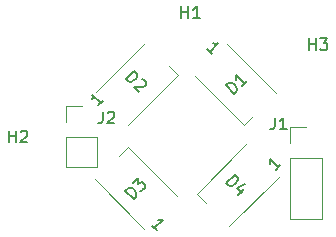
<source format=gbr>
%TF.GenerationSoftware,KiCad,Pcbnew,(5.99.0-2195-g476558ece)*%
%TF.CreationDate,2020-08-10T22:43:53-04:00*%
%TF.ProjectId,LED-daughterboard,4c45442d-6461-4756-9768-746572626f61,rev?*%
%TF.SameCoordinates,Original*%
%TF.FileFunction,Legend,Top*%
%TF.FilePolarity,Positive*%
%FSLAX46Y46*%
G04 Gerber Fmt 4.6, Leading zero omitted, Abs format (unit mm)*
G04 Created by KiCad (PCBNEW (5.99.0-2195-g476558ece)) date 2020-08-10 22:43:53*
%MOMM*%
%LPD*%
G01*
G04 APERTURE LIST*
%ADD10C,0.150000*%
%ADD11C,0.120000*%
G04 APERTURE END LIST*
D10*
%TO.C,J2*%
X-3833333Y12047619D02*
X-3833333Y11333333D01*
X-3880952Y11190476D01*
X-3976190Y11095238D01*
X-4119047Y11047619D01*
X-4214285Y11047619D01*
X-3404761Y11952380D02*
X-3357142Y12000000D01*
X-3261904Y12047619D01*
X-3023809Y12047619D01*
X-2928571Y12000000D01*
X-2880952Y11952380D01*
X-2833333Y11857142D01*
X-2833333Y11761904D01*
X-2880952Y11619047D01*
X-3452380Y11047619D01*
X-2833333Y11047619D01*
%TO.C,J1*%
X10766666Y11547619D02*
X10766666Y10833333D01*
X10719047Y10690476D01*
X10623809Y10595238D01*
X10480952Y10547619D01*
X10385714Y10547619D01*
X11766666Y10547619D02*
X11195238Y10547619D01*
X11480952Y10547619D02*
X11480952Y11547619D01*
X11385714Y11404761D01*
X11290476Y11309523D01*
X11195238Y11261904D01*
%TO.C,H3*%
X13638095Y17247619D02*
X13638095Y18247619D01*
X13638095Y17771428D02*
X14209523Y17771428D01*
X14209523Y17247619D02*
X14209523Y18247619D01*
X14590476Y18247619D02*
X15209523Y18247619D01*
X14876190Y17866666D01*
X15019047Y17866666D01*
X15114285Y17819047D01*
X15161904Y17771428D01*
X15209523Y17676190D01*
X15209523Y17438095D01*
X15161904Y17342857D01*
X15114285Y17295238D01*
X15019047Y17247619D01*
X14733333Y17247619D01*
X14638095Y17295238D01*
X14590476Y17342857D01*
%TO.C,H2*%
X-11761904Y9447619D02*
X-11761904Y10447619D01*
X-11761904Y9971428D02*
X-11190476Y9971428D01*
X-11190476Y9447619D02*
X-11190476Y10447619D01*
X-10761904Y10352380D02*
X-10714285Y10400000D01*
X-10619047Y10447619D01*
X-10380952Y10447619D01*
X-10285714Y10400000D01*
X-10238095Y10352380D01*
X-10190476Y10257142D01*
X-10190476Y10161904D01*
X-10238095Y10019047D01*
X-10809523Y9447619D01*
X-10190476Y9447619D01*
%TO.C,H1*%
X2838095Y19947619D02*
X2838095Y20947619D01*
X2838095Y20471428D02*
X3409523Y20471428D01*
X3409523Y19947619D02*
X3409523Y20947619D01*
X4409523Y19947619D02*
X3838095Y19947619D01*
X4123809Y19947619D02*
X4123809Y20947619D01*
X4028571Y20804761D01*
X3933333Y20709523D01*
X3838095Y20661904D01*
%TO.C,D4*%
X6658206Y6002030D02*
X7365312Y6709137D01*
X7533671Y6540778D01*
X7601015Y6406091D01*
X7601015Y6271404D01*
X7567343Y6170389D01*
X7466328Y6002030D01*
X7365312Y5901015D01*
X7196954Y5799999D01*
X7095938Y5766328D01*
X6961251Y5766328D01*
X6826564Y5833671D01*
X6658206Y6002030D01*
X8139763Y5463282D02*
X7668358Y4991877D01*
X8240778Y5901015D02*
X7567343Y5564297D01*
X8005076Y5126564D01*
X11215504Y7538303D02*
X10811443Y7134242D01*
X11013473Y7336273D02*
X10306366Y8043380D01*
X10340038Y7875021D01*
X10340038Y7740334D01*
X10306366Y7639319D01*
%TO.C,D3*%
X-1202030Y4658206D02*
X-1909137Y5365312D01*
X-1740778Y5533671D01*
X-1606091Y5601015D01*
X-1471404Y5601015D01*
X-1370389Y5567343D01*
X-1202030Y5466328D01*
X-1101015Y5365312D01*
X-999999Y5196954D01*
X-966328Y5095938D01*
X-966328Y4961251D01*
X-1033671Y4826564D01*
X-1202030Y4658206D01*
X-1269374Y6005076D02*
X-831641Y6442809D01*
X-797969Y5937732D01*
X-696954Y6038748D01*
X-595938Y6072419D01*
X-528595Y6072419D01*
X-427580Y6038748D01*
X-259221Y5870389D01*
X-225549Y5769374D01*
X-225549Y5702030D01*
X-259221Y5601015D01*
X-461251Y5398984D01*
X-562267Y5365312D01*
X-629610Y5365312D01*
X738303Y1984495D02*
X334242Y2388556D01*
X536273Y2186526D02*
X1243380Y2893633D01*
X1075021Y2859961D01*
X940334Y2859961D01*
X839319Y2893633D01*
%TO.C,D2*%
X-1841793Y14802030D02*
X-1134687Y15509137D01*
X-966328Y15340778D01*
X-898984Y15206091D01*
X-898984Y15071404D01*
X-932656Y14970389D01*
X-1033671Y14802030D01*
X-1134687Y14701015D01*
X-1303045Y14600000D01*
X-1404061Y14566328D01*
X-1538748Y14566328D01*
X-1673435Y14633671D01*
X-1841793Y14802030D01*
X-528595Y14768358D02*
X-461251Y14768358D01*
X-360236Y14734687D01*
X-191877Y14566328D01*
X-158206Y14465312D01*
X-158206Y14397969D01*
X-191877Y14296954D01*
X-259221Y14229610D01*
X-393908Y14162267D01*
X-1202030Y14162267D01*
X-764297Y13724534D01*
X-3778087Y12982148D02*
X-4182148Y12578087D01*
X-3980118Y12780118D02*
X-4687225Y13487225D01*
X-4653553Y13318866D01*
X-4653553Y13184179D01*
X-4687225Y13083164D01*
%TO.C,D1*%
X7297969Y13558206D02*
X6590862Y14265312D01*
X6759221Y14433671D01*
X6893908Y14501015D01*
X7028595Y14501015D01*
X7129610Y14467343D01*
X7297969Y14366328D01*
X7398984Y14265312D01*
X7500000Y14096954D01*
X7533671Y13995938D01*
X7533671Y13861251D01*
X7466328Y13726564D01*
X7297969Y13558206D01*
X8375465Y14635702D02*
X7971404Y14231641D01*
X8173435Y14433671D02*
X7466328Y15140778D01*
X7500000Y14972419D01*
X7500000Y14837732D01*
X7466328Y14736717D01*
X5444711Y16915524D02*
X5040650Y17319585D01*
X5242681Y17117555D02*
X5949788Y17824662D01*
X5781429Y17790990D01*
X5646742Y17790990D01*
X5545727Y17824662D01*
D11*
%TO.C,J2*%
X-6930000Y12530000D02*
X-5600000Y12530000D01*
X-6930000Y11200000D02*
X-6930000Y12530000D01*
X-6930000Y9930000D02*
X-4270000Y9930000D01*
X-4270000Y9930000D02*
X-4270000Y7330000D01*
X-6930000Y9930000D02*
X-6930000Y7330000D01*
X-6930000Y7330000D02*
X-4270000Y7330000D01*
%TO.C,J1*%
X12070000Y10730000D02*
X13400000Y10730000D01*
X12070000Y9400000D02*
X12070000Y10730000D01*
X12070000Y8130000D02*
X14730000Y8130000D01*
X14730000Y8130000D02*
X14730000Y2990000D01*
X12070000Y8130000D02*
X12070000Y2990000D01*
X12070000Y2990000D02*
X14730000Y2990000D01*
%TO.C,D4*%
X4135177Y5092893D02*
X4895317Y4332753D01*
X8307107Y9264823D02*
X4135177Y5092893D01*
X11064823Y6507107D02*
X6892893Y2335177D01*
%TO.C,D3*%
X-1707107Y9064823D02*
X-2467247Y8304683D01*
X2464823Y4892893D02*
X-1707107Y9064823D01*
X-292893Y2135177D02*
X-4464823Y6307107D01*
%TO.C,D2*%
X2520978Y15125825D02*
X1760838Y15885965D01*
X-1650952Y10953895D02*
X2520978Y15125825D01*
X-4408668Y13711611D02*
X-236738Y17883541D01*
%TO.C,D1*%
X8125825Y10879022D02*
X8885965Y11639162D01*
X3953895Y15050952D02*
X8125825Y10879022D01*
X6711611Y17808668D02*
X10883541Y13636738D01*
%TD*%
M02*

</source>
